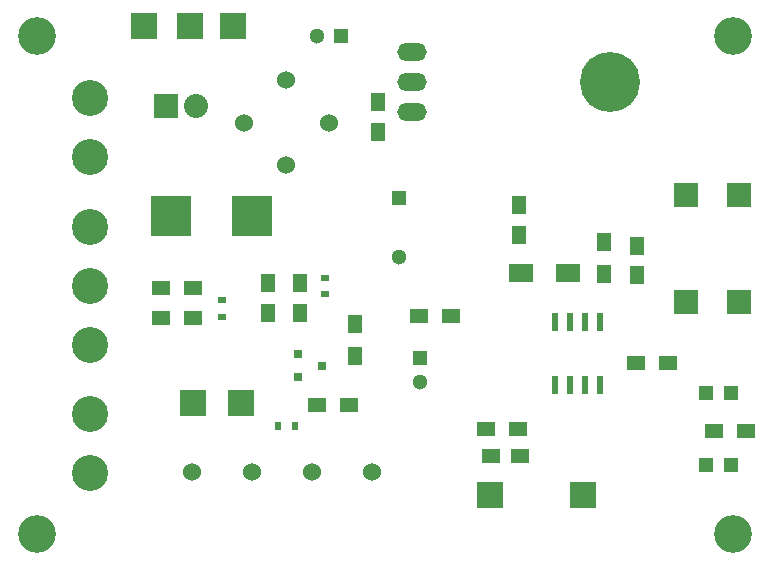
<source format=gbr>
G04 #@! TF.FileFunction,Soldermask,Top*
%FSLAX46Y46*%
G04 Gerber Fmt 4.6, Leading zero omitted, Abs format (unit mm)*
G04 Created by KiCad (PCBNEW 4.0.0-2.201512072331+6194~38~ubuntu14.04.1-stable) date Tue 07 Jun 2016 08:46:50 PM CEST*
%MOMM*%
G01*
G04 APERTURE LIST*
%ADD10C,0.100000*%
%ADD11C,3.048000*%
%ADD12R,1.300000X1.300000*%
%ADD13C,1.300000*%
%ADD14R,1.250000X1.500000*%
%ADD15R,1.500000X1.250000*%
%ADD16R,2.000000X1.600000*%
%ADD17R,0.600000X0.700000*%
%ADD18C,1.524000*%
%ADD19R,1.198880X1.198880*%
%ADD20R,0.700000X0.600000*%
%ADD21R,0.800100X0.800100*%
%ADD22R,1.500000X1.300000*%
%ADD23R,1.300000X1.500000*%
%ADD24R,2.032000X2.032000*%
%ADD25O,2.032000X2.032000*%
%ADD26R,2.108200X2.108200*%
%ADD27R,0.600000X1.550000*%
%ADD28C,3.200000*%
%ADD29R,3.500000X3.500000*%
%ADD30O,2.499360X1.501140*%
%ADD31C,3.799840*%
%ADD32C,5.080000*%
%ADD33R,2.235200X2.235200*%
G04 APERTURE END LIST*
D10*
D11*
X138049000Y-76113000D03*
X138049000Y-81113000D03*
D12*
X164211000Y-84582000D03*
D13*
X164211000Y-89582000D03*
D14*
X174371000Y-85237000D03*
X174371000Y-87737000D03*
X162407600Y-79024800D03*
X162407600Y-76524800D03*
D12*
X159308800Y-70866000D03*
D13*
X157308800Y-70866000D03*
D15*
X174478000Y-106426000D03*
X171978000Y-106426000D03*
D14*
X184404000Y-88666000D03*
X184404000Y-91166000D03*
X153162000Y-91841000D03*
X153162000Y-94341000D03*
X155829000Y-91841000D03*
X155829000Y-94341000D03*
D12*
X165989000Y-98171000D03*
D13*
X165989000Y-100171000D03*
D16*
X178530000Y-90932000D03*
X174530000Y-90932000D03*
D17*
X153986000Y-103886000D03*
X155386000Y-103886000D03*
D18*
X151093898Y-78232000D03*
X154686000Y-74639898D03*
X158278102Y-78232000D03*
X154686000Y-81824102D03*
D19*
X190212980Y-107188000D03*
X192311020Y-107188000D03*
D20*
X157988000Y-91375000D03*
X157988000Y-92775000D03*
D19*
X190212980Y-101092000D03*
X192311020Y-101092000D03*
D20*
X149225000Y-93280000D03*
X149225000Y-94680000D03*
D11*
X138049000Y-102910000D03*
X138049000Y-107910000D03*
D21*
X155717240Y-97856000D03*
X155717240Y-99756000D03*
X157716220Y-98806000D03*
D22*
X193577200Y-104343200D03*
X190877200Y-104343200D03*
X171624000Y-104140000D03*
X174324000Y-104140000D03*
D23*
X181610000Y-88312000D03*
X181610000Y-91012000D03*
D22*
X157273000Y-102108000D03*
X159973000Y-102108000D03*
X184324000Y-98552000D03*
X187024000Y-98552000D03*
D23*
X160528000Y-97997000D03*
X160528000Y-95297000D03*
D22*
X146765000Y-92202000D03*
X144065000Y-92202000D03*
X144065000Y-94742000D03*
X146765000Y-94742000D03*
X168609000Y-94615000D03*
X165909000Y-94615000D03*
D18*
X146685000Y-107823000D03*
X151765000Y-107823000D03*
X156845000Y-107823000D03*
X161925000Y-107823000D03*
D24*
X144526000Y-76860400D03*
D25*
X147066000Y-76860400D03*
D26*
X193001900Y-84340700D03*
X193001900Y-93459300D03*
X188506100Y-84340700D03*
X188506100Y-93459300D03*
D27*
X177419000Y-100490000D03*
X178689000Y-100490000D03*
X179959000Y-100490000D03*
X181229000Y-100490000D03*
X181229000Y-95090000D03*
X179959000Y-95090000D03*
X178689000Y-95090000D03*
X177419000Y-95090000D03*
D28*
X133604000Y-70866000D03*
X192532000Y-70866000D03*
X192532000Y-113030000D03*
X133604000Y-113030000D03*
D11*
X138049000Y-87035000D03*
X138049000Y-92035000D03*
X138049000Y-97035000D03*
D29*
X151739600Y-86106000D03*
X144932400Y-86106000D03*
D30*
X165354000Y-74803000D03*
X165354000Y-72263000D03*
X165354000Y-77343000D03*
D31*
X182118000Y-74803000D03*
D32*
X182118000Y-74803000D03*
D33*
X146812000Y-101981000D03*
X146507200Y-70053200D03*
X150164800Y-70053200D03*
X171958000Y-109728000D03*
X179832000Y-109728000D03*
X150876000Y-101981000D03*
X142595600Y-70053200D03*
M02*

</source>
